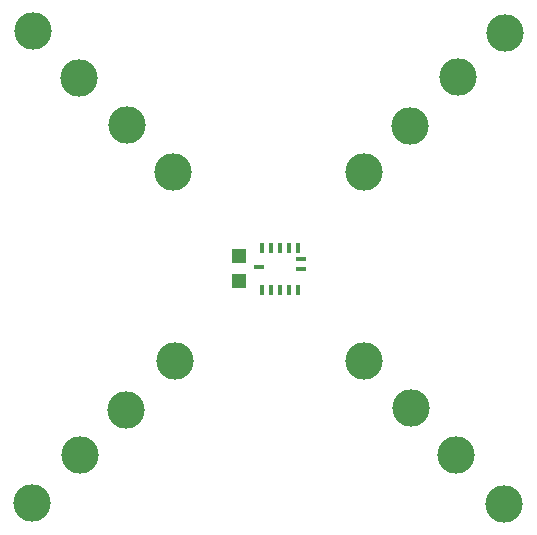
<source format=gbr>
G04 #@! TF.FileFunction,Paste,Bot*
%FSLAX46Y46*%
G04 Gerber Fmt 4.6, Leading zero omitted, Abs format (unit mm)*
G04 Created by KiCad (PCBNEW 4.0.6) date 05/08/17 07:18:31*
%MOMM*%
%LPD*%
G01*
G04 APERTURE LIST*
%ADD10C,0.100000*%
%ADD11R,1.200000X1.200000*%
%ADD12C,2.540000*%
%ADD13C,3.175000*%
%ADD14R,0.350000X0.805000*%
%ADD15R,0.805000X0.400000*%
G04 APERTURE END LIST*
D10*
D11*
X124079300Y-101180300D03*
X124079300Y-103280300D03*
D12*
X138711300Y-114031300D03*
D13*
X138711300Y-114031300D03*
D12*
X114571300Y-114212300D03*
D13*
X114571300Y-114212300D03*
D12*
X138600300Y-90162300D03*
D13*
X138600300Y-90162300D03*
D12*
X114650300Y-90102300D03*
D13*
X114650300Y-90102300D03*
D12*
X134666300Y-110058300D03*
D13*
X134666300Y-110058300D03*
D12*
X118674300Y-110046300D03*
D13*
X118674300Y-110046300D03*
D12*
X134715300Y-94041300D03*
D13*
X134715300Y-94041300D03*
D12*
X118568300Y-94067300D03*
D13*
X118568300Y-94067300D03*
D12*
X106674300Y-82154300D03*
D13*
X106674300Y-82154300D03*
D12*
X106555300Y-122067300D03*
D13*
X106555300Y-122067300D03*
D12*
X146552300Y-122128300D03*
D13*
X146552300Y-122128300D03*
D12*
X146669300Y-82278300D03*
D13*
X146669300Y-82278300D03*
D12*
X110551300Y-86090300D03*
D13*
X110551300Y-86090300D03*
D12*
X110696300Y-118013300D03*
D13*
X110696300Y-118013300D03*
D12*
X142515300Y-118040300D03*
D13*
X142515300Y-118040300D03*
D12*
X142680300Y-86008300D03*
D13*
X142680300Y-86008300D03*
D14*
X126109900Y-100483200D03*
X126859900Y-100483200D03*
X127609900Y-100483200D03*
X128359900Y-100483200D03*
X129109900Y-100483200D03*
D15*
X129382400Y-101455700D03*
D14*
X129109900Y-104028200D03*
X128359900Y-104028200D03*
X127609900Y-104028200D03*
X126859900Y-104028200D03*
X126109900Y-104028200D03*
D15*
X125837400Y-102080700D03*
X129382400Y-102255700D03*
M02*

</source>
